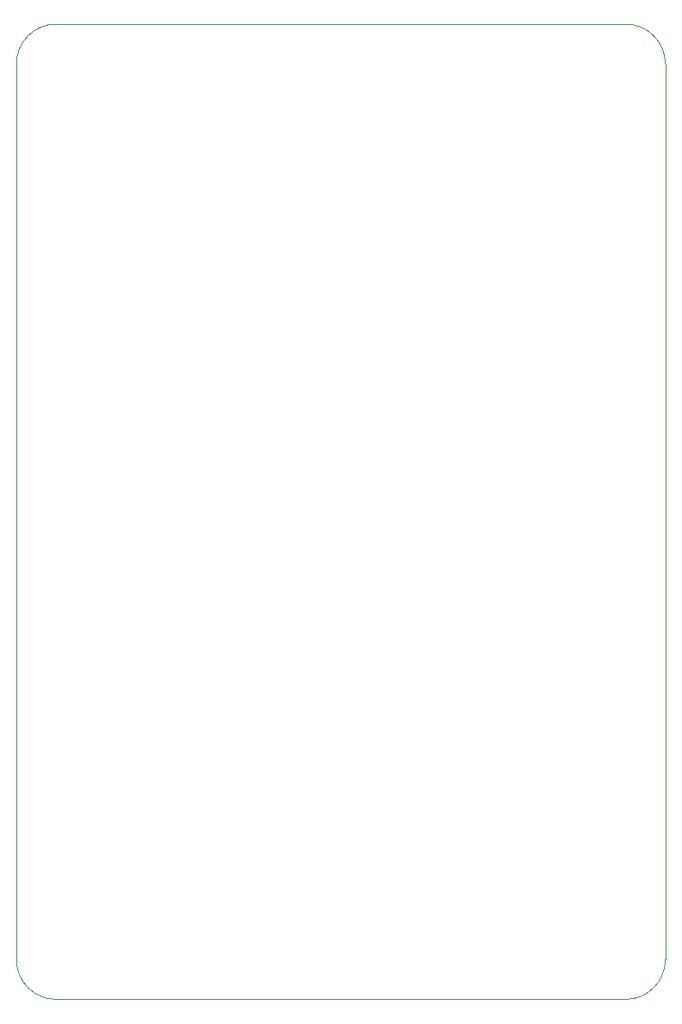
<source format=gko>
%TF.GenerationSoftware,KiCad,Pcbnew,4.0.7-e2-6376~58~ubuntu16.04.1*%
%TF.CreationDate,2018-08-06T09:41:40-07:00*%
%TF.ProjectId,8x12-PocketBeagle-Breakout,387831322D506F636B6574426561676C,1.0*%
%TF.FileFunction,Profile,NP*%
%FSLAX46Y46*%
G04 Gerber Fmt 4.6, Leading zero omitted, Abs format (unit mm)*
G04 Created by KiCad (PCBNEW 4.0.7-e2-6376~58~ubuntu16.04.1) date Mon Aug  6 09:41:40 2018*
%MOMM*%
%LPD*%
G01*
G04 APERTURE LIST*
%ADD10C,0.350000*%
%ADD11C,0.040640*%
G04 APERTURE END LIST*
D10*
D11*
X95373000Y-30009000D02*
X39373000Y-30009000D01*
X39273000Y-125809000D02*
X95373000Y-125809000D01*
X99273000Y-121909000D02*
X99273000Y-33909000D01*
X99272994Y-33902193D02*
G75*
G03X95373000Y-30009000I-3899994J-6807D01*
G01*
X95373000Y-125809000D02*
G75*
G03X99273000Y-121909000I0J3900000D01*
G01*
X35473000Y-33909000D02*
X35473000Y-121909000D01*
X35473006Y-121915807D02*
G75*
G03X39373000Y-125809000I3899994J6807D01*
G01*
X39373000Y-30009000D02*
G75*
G03X35473000Y-33909000I0J-3900000D01*
G01*
M02*

</source>
